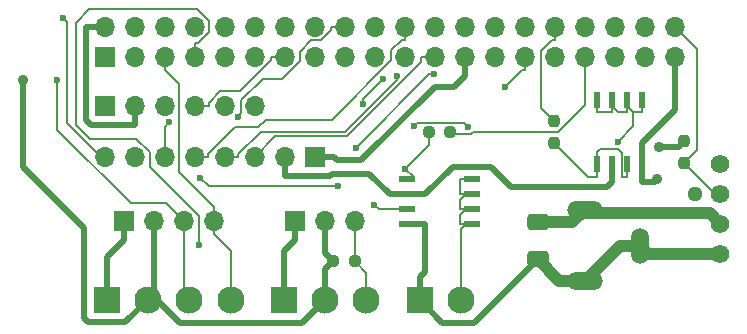
<source format=gbl>
G04 #@! TF.GenerationSoftware,KiCad,Pcbnew,7.0.11-7.0.11~ubuntu22.04.1*
G04 #@! TF.CreationDate,2024-06-23T17:04:06+02:00*
G04 #@! TF.ProjectId,RaspiZeroHat_12v_v2.5c,52617370-695a-4657-926f-4861745f3132,rev?*
G04 #@! TF.SameCoordinates,Original*
G04 #@! TF.FileFunction,Copper,L2,Bot*
G04 #@! TF.FilePolarity,Positive*
%FSLAX46Y46*%
G04 Gerber Fmt 4.6, Leading zero omitted, Abs format (unit mm)*
G04 Created by KiCad (PCBNEW 7.0.11-7.0.11~ubuntu22.04.1) date 2024-06-23 17:04:06*
%MOMM*%
%LPD*%
G01*
G04 APERTURE LIST*
G04 Aperture macros list*
%AMRoundRect*
0 Rectangle with rounded corners*
0 $1 Rounding radius*
0 $2 $3 $4 $5 $6 $7 $8 $9 X,Y pos of 4 corners*
0 Add a 4 corners polygon primitive as box body*
4,1,4,$2,$3,$4,$5,$6,$7,$8,$9,$2,$3,0*
0 Add four circle primitives for the rounded corners*
1,1,$1+$1,$2,$3*
1,1,$1+$1,$4,$5*
1,1,$1+$1,$6,$7*
1,1,$1+$1,$8,$9*
0 Add four rect primitives between the rounded corners*
20,1,$1+$1,$2,$3,$4,$5,0*
20,1,$1+$1,$4,$5,$6,$7,0*
20,1,$1+$1,$6,$7,$8,$9,0*
20,1,$1+$1,$8,$9,$2,$3,0*%
G04 Aperture macros list end*
G04 #@! TA.AperFunction,ComponentPad*
%ADD10O,1.508000X3.016000*%
G04 #@! TD*
G04 #@! TA.AperFunction,ComponentPad*
%ADD11O,3.016000X1.508000*%
G04 #@! TD*
G04 #@! TA.AperFunction,ComponentPad*
%ADD12C,2.300000*%
G04 #@! TD*
G04 #@! TA.AperFunction,ComponentPad*
%ADD13R,2.300000X2.300000*%
G04 #@! TD*
G04 #@! TA.AperFunction,ComponentPad*
%ADD14O,1.700000X1.700000*%
G04 #@! TD*
G04 #@! TA.AperFunction,ComponentPad*
%ADD15R,1.700000X1.700000*%
G04 #@! TD*
G04 #@! TA.AperFunction,ComponentPad*
%ADD16C,1.574800*%
G04 #@! TD*
G04 #@! TA.AperFunction,ComponentPad*
%ADD17C,1.295400*%
G04 #@! TD*
G04 #@! TA.AperFunction,SMDPad,CuDef*
%ADD18R,0.558800X1.460500*%
G04 #@! TD*
G04 #@! TA.AperFunction,SMDPad,CuDef*
%ADD19RoundRect,0.237500X0.237500X-0.250000X0.237500X0.250000X-0.237500X0.250000X-0.237500X-0.250000X0*%
G04 #@! TD*
G04 #@! TA.AperFunction,SMDPad,CuDef*
%ADD20RoundRect,0.237500X0.250000X0.237500X-0.250000X0.237500X-0.250000X-0.237500X0.250000X-0.237500X0*%
G04 #@! TD*
G04 #@! TA.AperFunction,SMDPad,CuDef*
%ADD21RoundRect,0.237500X-0.237500X0.250000X-0.237500X-0.250000X0.237500X-0.250000X0.237500X0.250000X0*%
G04 #@! TD*
G04 #@! TA.AperFunction,SMDPad,CuDef*
%ADD22R,1.460500X0.558800*%
G04 #@! TD*
G04 #@! TA.AperFunction,SMDPad,CuDef*
%ADD23RoundRect,0.250000X-0.650000X0.412500X-0.650000X-0.412500X0.650000X-0.412500X0.650000X0.412500X0*%
G04 #@! TD*
G04 #@! TA.AperFunction,ViaPad*
%ADD24C,0.600000*%
G04 #@! TD*
G04 #@! TA.AperFunction,ViaPad*
%ADD25C,0.900000*%
G04 #@! TD*
G04 #@! TA.AperFunction,Conductor*
%ADD26C,0.500000*%
G04 #@! TD*
G04 #@! TA.AperFunction,Conductor*
%ADD27C,0.200000*%
G04 #@! TD*
G04 #@! TA.AperFunction,Conductor*
%ADD28C,1.000000*%
G04 #@! TD*
G04 APERTURE END LIST*
D10*
X153675000Y-90700000D03*
D11*
X148975000Y-93700000D03*
X148975000Y-87700000D03*
D12*
X130500000Y-95300000D03*
X127000000Y-95300000D03*
D13*
X123500000Y-95300000D03*
D12*
X119000000Y-95300000D03*
X115500000Y-95300000D03*
X112000000Y-95300000D03*
D13*
X108500000Y-95300000D03*
D14*
X108340000Y-83200000D03*
X110880000Y-83200000D03*
X113420000Y-83200000D03*
X115960000Y-83200000D03*
X118500000Y-83200000D03*
X121040000Y-83200000D03*
X123580000Y-83200000D03*
D15*
X126120000Y-83200000D03*
D14*
X117570000Y-88600000D03*
X115030000Y-88600000D03*
X112490000Y-88600000D03*
D15*
X109950000Y-88600000D03*
D16*
X160452900Y-83785100D03*
X160452900Y-86325100D03*
X160452900Y-88865100D03*
X160452900Y-91405100D03*
D17*
X158292899Y-86325100D03*
D14*
X121070000Y-78900000D03*
X118530000Y-78900000D03*
X115990000Y-78900000D03*
X113450000Y-78900000D03*
X110910000Y-78900000D03*
D15*
X108370000Y-78900000D03*
D14*
X129555000Y-88600000D03*
X127015000Y-88600000D03*
D15*
X124475000Y-88600000D03*
D12*
X138500000Y-95300000D03*
D13*
X135000000Y-95300000D03*
D14*
X156630000Y-72165000D03*
X156630000Y-74705000D03*
X154090000Y-72165000D03*
X154090000Y-74705000D03*
X151550000Y-72165000D03*
X151550000Y-74705000D03*
X149010000Y-72165000D03*
X149010000Y-74705000D03*
X146470000Y-72165000D03*
X146470000Y-74705000D03*
X143930000Y-72165000D03*
X143930000Y-74705000D03*
X141390000Y-72165000D03*
X141390000Y-74705000D03*
X138850000Y-72165000D03*
X138850000Y-74705000D03*
X136310000Y-72165000D03*
X136310000Y-74705000D03*
X133770000Y-72165000D03*
X133770000Y-74705000D03*
X131230000Y-72165000D03*
X131230000Y-74705000D03*
X128690000Y-72165000D03*
X128690000Y-74705000D03*
X126150000Y-72165000D03*
X126150000Y-74705000D03*
X123610000Y-72165000D03*
X123610000Y-74705000D03*
X121070000Y-72165000D03*
X121070000Y-74705000D03*
X118530000Y-72165000D03*
X118530000Y-74705000D03*
X115990000Y-72165000D03*
X115990000Y-74705000D03*
X113450000Y-72165000D03*
X113450000Y-74705000D03*
X110910000Y-72165000D03*
X110910000Y-74705000D03*
X108370000Y-72165000D03*
D15*
X108370000Y-74705000D03*
D18*
X153805000Y-83824150D03*
X152535000Y-83824150D03*
X151265000Y-83824150D03*
X149995000Y-83824150D03*
X149995000Y-78375850D03*
X151265000Y-78375850D03*
X152535000Y-78375850D03*
X153805000Y-78375850D03*
D19*
X157400000Y-81887500D03*
X157400000Y-83712500D03*
D20*
X135787500Y-81100000D03*
X137612500Y-81100000D03*
D21*
X146400000Y-82012500D03*
X146400000Y-80187500D03*
D20*
X127687500Y-92000000D03*
X129512500Y-92000000D03*
D22*
X139424150Y-88905000D03*
X139424150Y-87635000D03*
X139424150Y-86365000D03*
X139424150Y-85095000D03*
X133975850Y-85095000D03*
X133975850Y-86365000D03*
X133975850Y-87635000D03*
X133975850Y-88905000D03*
D23*
X145000000Y-91862500D03*
X145000000Y-88737500D03*
D24*
X104843100Y-71440000D03*
D25*
X155306300Y-82348200D03*
X101436900Y-76698200D03*
D24*
X116300000Y-90624200D03*
X151764800Y-81889900D03*
X139102700Y-80639300D03*
X134496400Y-80581400D03*
X133790000Y-84188800D03*
X131180900Y-87284000D03*
X131887000Y-76603500D03*
X130192300Y-78726300D03*
X142227200Y-77291900D03*
X129600000Y-82433600D03*
X116431900Y-84947200D03*
X128055200Y-85679700D03*
X113810200Y-80273000D03*
X119611200Y-79798600D03*
D25*
X155147400Y-85096300D03*
D24*
X133110300Y-76345100D03*
X136216900Y-76207100D03*
X104345600Y-76698200D03*
D26*
X155306300Y-82348200D02*
X156939300Y-82348200D01*
X156939300Y-82348200D02*
X157400000Y-81887500D01*
X101436900Y-84054600D02*
X101436900Y-76698200D01*
X112490000Y-94540000D02*
X112490000Y-95053800D01*
X125037100Y-97262900D02*
X127000000Y-95300000D01*
X127015000Y-91327500D02*
X127687500Y-92000000D01*
X112490000Y-94540000D02*
X112490000Y-94810000D01*
X112000000Y-95300000D02*
X110098100Y-97201900D01*
X106598100Y-89215800D02*
X101436900Y-84054600D01*
X127015000Y-88600000D02*
X127015000Y-91327500D01*
X127687500Y-92000000D02*
X127000000Y-92687500D01*
X112490000Y-94810000D02*
X112000000Y-95300000D01*
X112490000Y-95053800D02*
X114699100Y-97262900D01*
X106598100Y-96841700D02*
X106598100Y-89215800D01*
X127000000Y-92687500D02*
X127000000Y-95300000D01*
X112490000Y-88600000D02*
X112490000Y-94540000D01*
X106958300Y-97201900D02*
X106598100Y-96841700D01*
X110098100Y-97201900D02*
X106958300Y-97201900D01*
D27*
X105903900Y-80460700D02*
X105903900Y-71821100D01*
X129512500Y-92000000D02*
X129555000Y-91957500D01*
X130500000Y-92987500D02*
X130500000Y-95300000D01*
X129512500Y-92000000D02*
X130500000Y-92987500D01*
X117169800Y-72641800D02*
X116258500Y-73553100D01*
X117169800Y-71677900D02*
X117169800Y-72641800D01*
X116300000Y-88216300D02*
X112150000Y-84066300D01*
X116300000Y-90624200D02*
X116300000Y-88216300D01*
X129555000Y-91957500D02*
X129555000Y-88600000D01*
X107029500Y-70695500D02*
X116187400Y-70695500D01*
X112150000Y-84066300D02*
X112150000Y-82810900D01*
X116187400Y-70695500D02*
X117169800Y-71677900D01*
X105903900Y-71821100D02*
X107029500Y-70695500D01*
X116258500Y-73553100D02*
X115990000Y-73553100D01*
X133790000Y-84188800D02*
X134492000Y-84890800D01*
X152135000Y-84814900D02*
X152146300Y-84803600D01*
X149995000Y-83824100D02*
X149995000Y-84856200D01*
X152176200Y-84856200D02*
X152135000Y-84815000D01*
X152135000Y-84815000D02*
X152135000Y-84814900D01*
X152146300Y-82844500D02*
X151793700Y-82491900D01*
X151793700Y-82491900D02*
X150295000Y-82491900D01*
X152535000Y-83824100D02*
X152535000Y-84856200D01*
X149995000Y-83824100D02*
X149995000Y-82791900D01*
X152146300Y-84803600D02*
X152146300Y-82844500D01*
X150295000Y-82491900D02*
X149995000Y-82791900D01*
X149243700Y-84856200D02*
X146400000Y-82012500D01*
X149995000Y-84856200D02*
X149243700Y-84856200D01*
X152535000Y-84856200D02*
X152176200Y-84856200D01*
X160012600Y-86325100D02*
X160452900Y-86325100D01*
X157400000Y-83712500D02*
X160012600Y-86325100D01*
X158528000Y-82584500D02*
X157400000Y-83712500D01*
X158528000Y-74063000D02*
X158528000Y-82584500D01*
X156630000Y-72165000D02*
X158528000Y-74063000D01*
X153805000Y-78375800D02*
X153805000Y-79407900D01*
X149995000Y-78375800D02*
X149995000Y-79407900D01*
X151265000Y-78891800D02*
X151265000Y-79407900D01*
X153051100Y-79407900D02*
X153051100Y-80603600D01*
X152535000Y-78891800D02*
X152535000Y-79407900D01*
X153051100Y-79407900D02*
X153805000Y-79407900D01*
X151781100Y-79407900D02*
X152535000Y-79407900D01*
X151265000Y-78375800D02*
X151265000Y-78891800D01*
X152535000Y-78891800D02*
X153051100Y-79407900D01*
X152535000Y-78375800D02*
X152535000Y-78891800D01*
X151265000Y-78891800D02*
X151781100Y-79407900D01*
X149995000Y-79407900D02*
X151265000Y-79407900D01*
X153051100Y-80603600D02*
X151764800Y-81889900D01*
X138908200Y-86365000D02*
X138392100Y-86365000D01*
X138392100Y-88151100D02*
X138392100Y-88905000D01*
X138392100Y-86881100D02*
X138392100Y-87635000D01*
X138500000Y-89313200D02*
X138500000Y-95300000D01*
X138908200Y-87635000D02*
X138392100Y-87635000D01*
X138908200Y-87635000D02*
X138392100Y-88151100D01*
X139424200Y-85095000D02*
X138392100Y-85095000D01*
X138908200Y-88905000D02*
X138392100Y-88905000D01*
X139424200Y-88905000D02*
X138908200Y-88905000D01*
X138908200Y-86365000D02*
X138392100Y-86881100D01*
X139424200Y-87635000D02*
X138908200Y-87635000D01*
X139424200Y-86365000D02*
X138908200Y-86365000D01*
X138392100Y-85095000D02*
X138392100Y-86365000D01*
X138908200Y-88905000D02*
X138500000Y-89313200D01*
D26*
X109950000Y-90201900D02*
X108500000Y-91651900D01*
X124475000Y-90201900D02*
X123500000Y-91176900D01*
X130069500Y-83485500D02*
X136296000Y-77259000D01*
X153805000Y-82013900D02*
X153805000Y-83824100D01*
X156630000Y-74705000D02*
X156630000Y-79188900D01*
X127721900Y-83200000D02*
X128007400Y-83485500D01*
X155147400Y-85096300D02*
X154937500Y-85306200D01*
X138850000Y-74705000D02*
X138850000Y-76306900D01*
X123500000Y-91176900D02*
X123500000Y-95300000D01*
D27*
X115500000Y-95300000D02*
X115030000Y-94830000D01*
X110559800Y-87098800D02*
X113528800Y-87098800D01*
X115030000Y-94830000D02*
X115030000Y-88600000D01*
X104345600Y-76698200D02*
X104345600Y-80884600D01*
X113528800Y-87098800D02*
X115030000Y-88600000D01*
X104345600Y-80884600D02*
X110559800Y-87098800D01*
X114601900Y-77008800D02*
X114601900Y-84480000D01*
X117570000Y-88600000D02*
X117570000Y-87448100D01*
X113450000Y-74705000D02*
X113450000Y-75856900D01*
X117570000Y-89175900D02*
X117570000Y-88600000D01*
X117570000Y-89175900D02*
X117570000Y-89751900D01*
X114601900Y-84480000D02*
X117570000Y-87448100D01*
X117570000Y-89751900D02*
X119000000Y-91181900D01*
X113450000Y-75856900D02*
X114601900Y-77008800D01*
X119000000Y-91181900D02*
X119000000Y-95300000D01*
X133481900Y-73316900D02*
X132618100Y-74180700D01*
X117111900Y-82931400D02*
X117111900Y-83200000D01*
X127588800Y-80050400D02*
X121966600Y-80050400D01*
X119346000Y-80697300D02*
X117111900Y-82931400D01*
X133770000Y-72165000D02*
X133770000Y-73316900D01*
X133770000Y-73316900D02*
X133481900Y-73316900D01*
X121319700Y-80697300D02*
X119346000Y-80697300D01*
X121966600Y-80050400D02*
X121319700Y-80697300D01*
X132618100Y-75021100D02*
X127588800Y-80050400D01*
X115960000Y-83200000D02*
X117111900Y-83200000D01*
X132618100Y-74180700D02*
X132618100Y-75021100D01*
X127538100Y-72165000D02*
X127538100Y-72453100D01*
X130192300Y-78726300D02*
X130192300Y-78298200D01*
X130192300Y-78298200D02*
X131887000Y-76603500D01*
X145290200Y-79077700D02*
X145290200Y-74228100D01*
X145290200Y-74228100D02*
X146201400Y-73316900D01*
X146470000Y-72165000D02*
X146470000Y-73316900D01*
X146400000Y-80187500D02*
X145290200Y-79077700D01*
X146201400Y-73316900D02*
X146470000Y-73316900D01*
X139102700Y-80639300D02*
X138783000Y-80319600D01*
X134758200Y-80319600D02*
X134496400Y-80581400D01*
X138783000Y-80319600D02*
X134758200Y-80319600D01*
X135787500Y-82191300D02*
X133790000Y-84188800D01*
X131531900Y-87635000D02*
X131180900Y-87284000D01*
X134492000Y-84890800D02*
X134492000Y-85095000D01*
X135787500Y-81100000D02*
X135787500Y-82191300D01*
X133975900Y-87635000D02*
X131531900Y-87635000D01*
X133975900Y-85095000D02*
X134492000Y-85095000D01*
X110996400Y-81657300D02*
X107100500Y-81657300D01*
X115990000Y-74705000D02*
X115990000Y-73553100D01*
X107100500Y-81657300D02*
X105903900Y-80460700D01*
X112150000Y-82810900D02*
X110996400Y-81657300D01*
X122458100Y-74705000D02*
X122458100Y-74973500D01*
X123610000Y-74705000D02*
X122458100Y-74705000D01*
X122458100Y-74973500D02*
X119818600Y-77613000D01*
X117141900Y-78611900D02*
X117141900Y-78900000D01*
X115990000Y-78900000D02*
X117141900Y-78900000D01*
X118140800Y-77613000D02*
X117141900Y-78611900D01*
X119818600Y-77613000D02*
X118140800Y-77613000D01*
X143930000Y-74705000D02*
X143930000Y-75856900D01*
X143662200Y-75856900D02*
X142227200Y-77291900D01*
X143930000Y-75856900D02*
X143662200Y-75856900D01*
D26*
X151265000Y-83824100D02*
X151265000Y-85306200D01*
X137794200Y-84028900D02*
X135458100Y-86365000D01*
X107181100Y-80501900D02*
X106768100Y-80088900D01*
X141022800Y-84028900D02*
X137794200Y-84028900D01*
X110910000Y-80501900D02*
X107181100Y-80501900D01*
X127445400Y-84801900D02*
X123580000Y-84801900D01*
X133975900Y-86365000D02*
X135458100Y-86365000D01*
X123580000Y-83200000D02*
X123580000Y-84801900D01*
X130756600Y-84627800D02*
X127619500Y-84627800D01*
X114699100Y-97262900D02*
X125037100Y-97262900D01*
D27*
X135826500Y-76207100D02*
X129600000Y-82433600D01*
X117164400Y-85679700D02*
X116431900Y-84947200D01*
X136216900Y-76207100D02*
X135826500Y-76207100D01*
X128055200Y-85679700D02*
X117164400Y-85679700D01*
X126674300Y-73316900D02*
X125849700Y-73316900D01*
X125849700Y-73316900D02*
X124880000Y-74286600D01*
X119918100Y-78393200D02*
X119918100Y-79491700D01*
D26*
X133975900Y-88905000D02*
X135458100Y-88905000D01*
X124475000Y-88600000D02*
X124475000Y-90201900D01*
X136916200Y-97216200D02*
X135000000Y-95300000D01*
X156630000Y-79188900D02*
X153805000Y-82013900D01*
X126120000Y-83200000D02*
X127721900Y-83200000D01*
X109950000Y-88600000D02*
X109950000Y-90201900D01*
X128007400Y-83485500D02*
X130069500Y-83485500D01*
X136296000Y-77259000D02*
X137897900Y-77259000D01*
X135458100Y-92940000D02*
X135000000Y-93398100D01*
X154937500Y-85306200D02*
X153805000Y-85306200D01*
D27*
X139493200Y-81100000D02*
X146742100Y-81100000D01*
D26*
X151265000Y-85306200D02*
X150831400Y-85739800D01*
X150831400Y-85739800D02*
X142733700Y-85739800D01*
X110910000Y-78900000D02*
X110910000Y-80501900D01*
X132493800Y-86365000D02*
X130756600Y-84627800D01*
X127619500Y-84627800D02*
X127445400Y-84801900D01*
X106768100Y-80088900D02*
X106768100Y-72165000D01*
X142733700Y-85739800D02*
X141022800Y-84028900D01*
X133975900Y-86365000D02*
X132493800Y-86365000D01*
X108370000Y-72165000D02*
X106768100Y-72165000D01*
X135458100Y-88905000D02*
X135458100Y-92940000D01*
X137897900Y-77259000D02*
X138850000Y-76306900D01*
X108500000Y-91651900D02*
X108500000Y-95300000D01*
X139646300Y-97216200D02*
X136916200Y-97216200D01*
X135000000Y-95300000D02*
X135000000Y-93398100D01*
X153805000Y-83824100D02*
X153805000Y-85306200D01*
X145000000Y-91862500D02*
X139646300Y-97216200D01*
D27*
X108006900Y-83200000D02*
X108340000Y-83200000D01*
X105153700Y-71750600D02*
X105153700Y-80346800D01*
X105153700Y-80346800D02*
X108006900Y-83200000D01*
X104843100Y-71440000D02*
X105153700Y-71750600D01*
X118500000Y-83200000D02*
X119651900Y-83200000D01*
X133110300Y-76659500D02*
X133110300Y-76345100D01*
X119651900Y-82933400D02*
X121541900Y-81043400D01*
X128726400Y-81043400D02*
X133110300Y-76659500D01*
X119651900Y-83200000D02*
X119651900Y-82933400D01*
X121541900Y-81043400D02*
X128726400Y-81043400D01*
X136310000Y-74705000D02*
X135158100Y-74705000D01*
X128887300Y-81450800D02*
X135158100Y-75180000D01*
X121040000Y-83200000D02*
X122789200Y-81450800D01*
X122789200Y-81450800D02*
X128887300Y-81450800D01*
X135158100Y-75180000D02*
X135158100Y-74705000D01*
X128690000Y-72165000D02*
X127538100Y-72165000D01*
X124880000Y-74286600D02*
X124880000Y-75071000D01*
X123351500Y-76599500D02*
X121711800Y-76599500D01*
X121711800Y-76599500D02*
X119918100Y-78393200D01*
X113420000Y-80663200D02*
X113420000Y-83200000D01*
X124880000Y-75071000D02*
X123351500Y-76599500D01*
X119918100Y-79491700D02*
X119611200Y-79798600D01*
X127538100Y-72453100D02*
X126674300Y-73316900D01*
X113810200Y-80273000D02*
X113420000Y-80663200D01*
X139352000Y-81241200D02*
X139493200Y-81100000D01*
X146742100Y-81100000D02*
X149010000Y-78832100D01*
X149010000Y-78832100D02*
X149010000Y-74705000D01*
X137612500Y-81100000D02*
X137753700Y-81241200D01*
X137753700Y-81241200D02*
X139352000Y-81241200D01*
D28*
X149248000Y-87972800D02*
X159561000Y-87972800D01*
X147938000Y-88737500D02*
X148975000Y-87700000D01*
X160452900Y-88865100D02*
X160453000Y-88865100D01*
X159561000Y-87972800D02*
X160453000Y-88865100D01*
X145000000Y-88737500D02*
X147938000Y-88737500D01*
X148975000Y-87700000D02*
X149248000Y-87972800D01*
X151975000Y-90700000D02*
X148975000Y-93700000D01*
X160452900Y-91405100D02*
X154380000Y-91405100D01*
X154380000Y-91405100D02*
X153675000Y-90700000D01*
X153675000Y-90700000D02*
X151975000Y-90700000D01*
X146838000Y-93700000D02*
X145000000Y-91862500D01*
X148975000Y-93700000D02*
X146838000Y-93700000D01*
X160453000Y-91405100D02*
X160452900Y-91405100D01*
M02*

</source>
